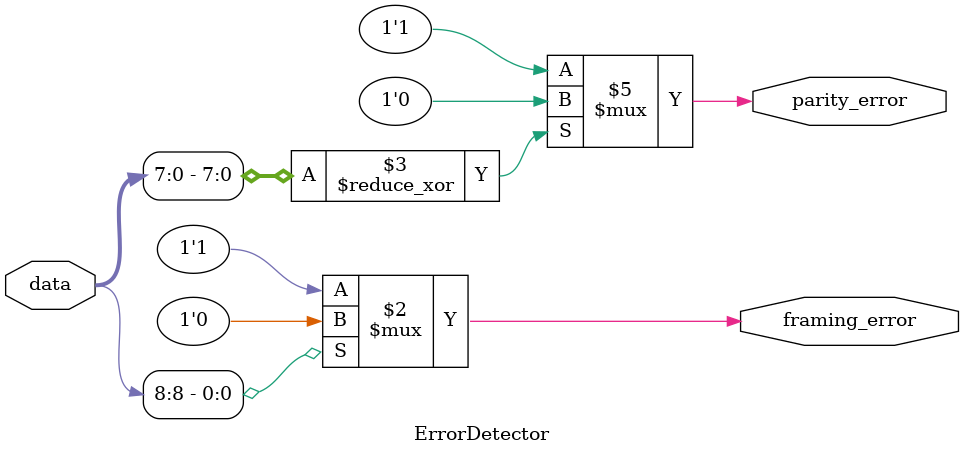
<source format=v>
/* Receiver */
/* Error Detector Module */

/* This module get the data from the receiver
data register to decide whether there is a parity 
error or framing error. Odd parity is used for 
checking the parity error */

module ErrorDetector
(
	input [8:0] data,				// 9 bits: 1 stop bit + 1 parity bit + 7 data bits
	output		parity_error,
	output		framing_error
);

// if the stop bit is not 1, it indicates that there is a framing error upon transmission
assign framing_error = (data[8] != 1'b1) ? 1'b1 : 1'b0;

/* if XOR the 8 bits (1 parity bit + 7 data bits) do not result a 1,
that means that the number of 1 in the data bits number is not odd number, 
which indicates that a parity error happens */
assign parity_error = (^data[7:0] != 1'b1) ? 1'b1 : 1'b0;
endmodule

</source>
